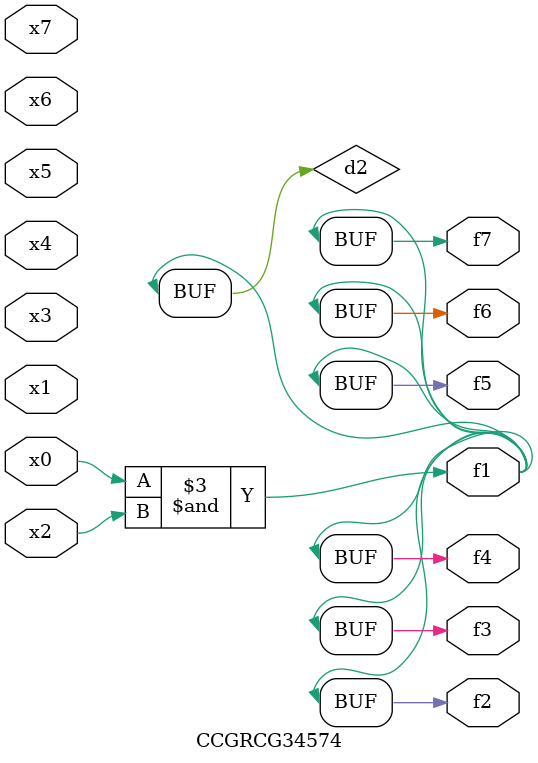
<source format=v>
module CCGRCG34574(
	input x0, x1, x2, x3, x4, x5, x6, x7,
	output f1, f2, f3, f4, f5, f6, f7
);

	wire d1, d2;

	nor (d1, x3, x6);
	and (d2, x0, x2);
	assign f1 = d2;
	assign f2 = d2;
	assign f3 = d2;
	assign f4 = d2;
	assign f5 = d2;
	assign f6 = d2;
	assign f7 = d2;
endmodule

</source>
